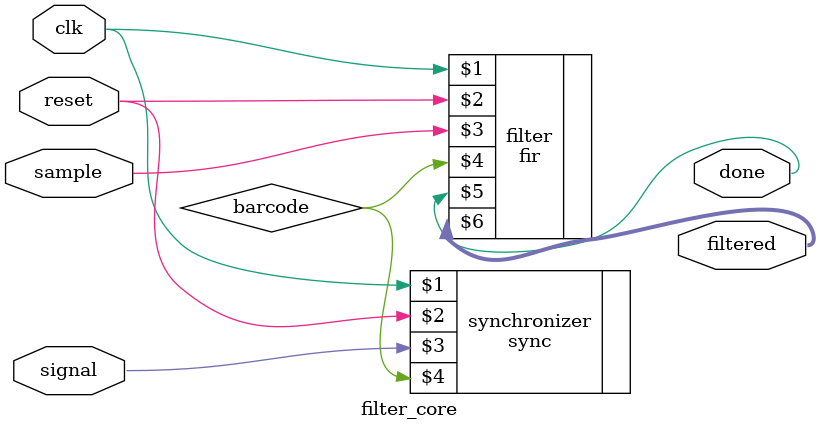
<source format=sv>

module filter_core(input logic clk,
	               input logic reset,
	               input logic signal,
				   input logic sample,
			       output logic done,
			       output logic [31:0] filtered);

	logic barcode;

	// synchronize asynchronous barcode signal input 
	sync synchronizer(clk, reset, signal, barcode);
	
	// call decimated FIR filter
	fir filter(clk, reset, sample, barcode, done, filtered);


endmodule

</source>
